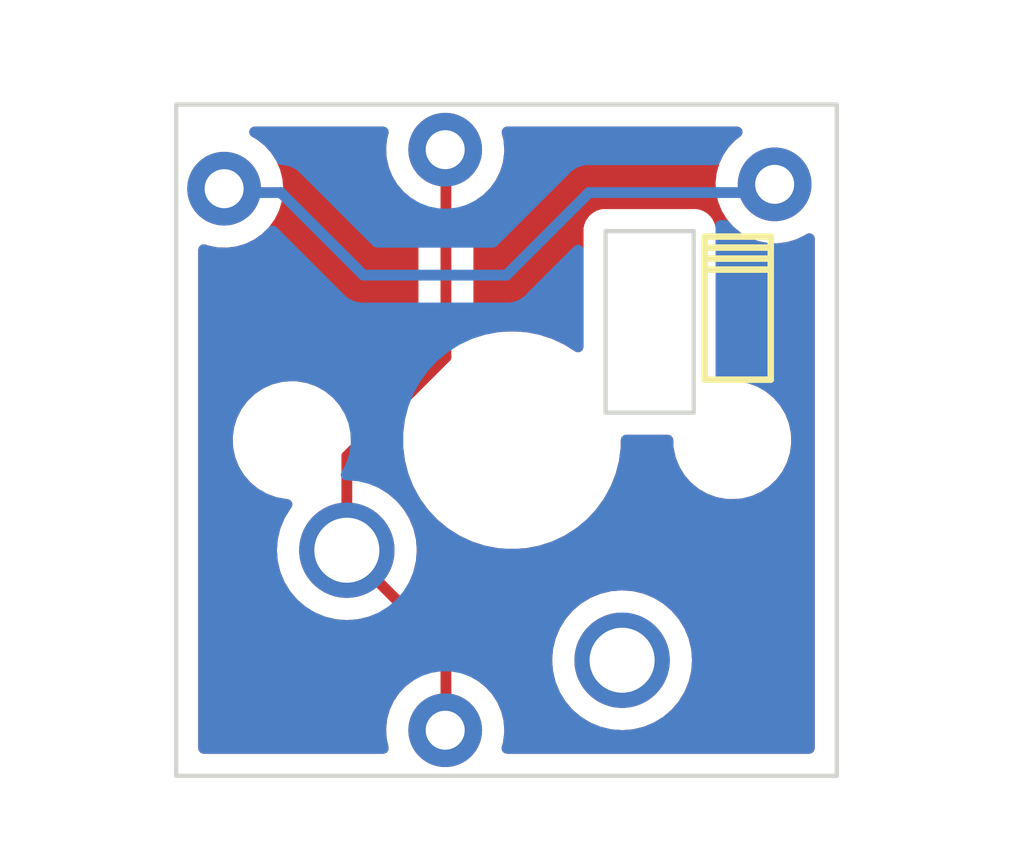
<source format=kicad_pcb>
(kicad_pcb (version 20211014) (generator pcbnew)
  (layers (0 "F.Cu" signal) (31 "B.Cu" signal) (34 "B.Paste" user) (35 "F.Paste" user) (36 "B.SilkS" user "B.Silkscreen") (37 "F.SilkS" user "F.Silkscreen") (38 "B.Mask" user) (39 "F.Mask" user) (44 "Edge.Cuts" user))
  (net 0 "")
  (net 1 "Net-(D1-Pad2)")
  (net 2 "Net-(D1-Pad1)")
  (footprint "Pikatea Macropad Encoder Side Mount:Diode Handwire helper" (layer "F.Cu") (at 149.098 94.234)
    (fp_text reference "D1" (at -1.778 1.778) (layer "F.SilkS"))
    (fp_text value "DIODE")
    (pad "1" thru_hole circle locked (at -8.8 -3.9 90) (size 1.7 1.7) (drill 0.9) (layers *.Cu *.Mask) (net 2 "Net-(D1-Pad1)"))
    (pad "1" thru_hole circle locked (at 3.9 -4 90) (size 1.7 1.7) (drill 0.9) (layers *.Cu *.Mask) (net 2 "Net-(D1-Pad1)"))
    (pad "2" thru_hole circle locked (at -3.7 -4.8 90) (size 1.7 1.7) (drill 0.9) (layers *.Cu *.Mask) (net 1 "Net-(D1-Pad2)"))
    (pad "2" thru_hole circle locked (at -3.7 8.6 90) (size 1.7 1.7) (drill 0.9) (layers *.Cu *.Mask) (net 1 "Net-(D1-Pad2)"))
  )
  (footprint "Button_Switch_Keyboard:SW_Cherry_MX_1.00u_PCB" (layer "B.Cu") (at 149.479 101.219)
    (fp_text reference "MX1" (at -2.54 -4.953) (layer "B.SilkS") (effects (justify mirror)))
    (fp_text value "MX-NoLED")
    (pad "" np_thru_hole circle locked (at 2.54 -5.08) (size 1.7 1.7) (drill 1.7) (layers *.Cu *.Mask))
    (pad "" np_thru_hole circle locked (at -2.54 -5.08) (size 4 4) (drill 4) (layers *.Cu *.Mask))
    (pad "" np_thru_hole circle locked (at -7.62 -5.08) (size 1.7 1.7) (drill 1.7) (layers *.Cu *.Mask))
    (pad "1" thru_hole circle locked (at 0 0) (size 2.2 2.2) (drill 1.5) (layers *.Cu *.Mask))
    (pad "2" thru_hole circle locked (at -6.35 -2.54) (size 2.2 2.2) (drill 1.5) (layers *.Cu *.Mask) (net 1 "Net-(D1-Pad2)"))
  )
  (gr_line (start 151.638 91.44) (end 151.384 91.44) (layer "F.SilkS") (width 0.15))
  (gr_line (start 151.384 91.948) (end 151.384 91.694) (layer "F.SilkS") (width 0.15))
  (gr_line (start 151.384 91.694) (end 152.908 91.694) (layer "F.SilkS") (width 0.15))
  (gr_line (start 152.908 92.202) (end 152.908 91.948) (layer "F.SilkS") (width 0.15))
  (gr_line (start 151.384 92.202) (end 152.908 92.202) (layer "F.SilkS") (width 0.15))
  (gr_line (start 151.384 94.742) (end 152.908 94.742) (layer "F.SilkS") (width 0.15))
  (gr_line (start 152.908 91.948) (end 151.384 91.948) (layer "F.SilkS") (width 0.15))
  (gr_line (start 152.908 94.742) (end 152.908 91.44) (layer "F.SilkS") (width 0.15))
  (gr_line (start 151.384 91.44) (end 151.384 94.742) (layer "F.SilkS") (width 0.15))
  (gr_line (start 152.908 91.44) (end 151.638 91.44) (layer "F.SilkS") (width 0.15))
  (gr_line (start 154.432 103.886) (end 154.432 88.392) (layer "Edge.Cuts") (width 0.1))
  (gr_line (start 149.098 91.313) (end 149.098 95.504) (layer "Edge.Cuts") (width 0.1))
  (gr_line (start 149.098 95.504) (end 151.13 95.504) (layer "Edge.Cuts") (width 0.1))
  (gr_line (start 151.13 95.504) (end 151.13 91.313) (layer "Edge.Cuts") (width 0.1))
  (gr_line (start 151.13 91.313) (end 149.098 91.313) (layer "Edge.Cuts") (width 0.1))
  (gr_line (start 139.192 103.886) (end 154.432 103.886) (layer "Edge.Cuts") (width 0.1))
  (gr_line (start 154.432 88.392) (end 139.192 88.392) (layer "Edge.Cuts") (width 0.1))
  (gr_line (start 139.192 88.392) (end 139.192 103.886) (layer "Edge.Cuts") (width 0.1))
  (segment (start 145.415 94.221998) (end 145.415 89.451) (width 0.25) (layer "F.Cu") (net 1))
  (segment (start 145.415 102.817) (end 145.398 102.834) (width 0.25) (layer "F.Cu") (net 1))
  (segment (start 143.129 96.507998) (end 145.415 94.221998) (width 0.25) (layer "F.Cu") (net 1))
  (segment (start 143.129 98.679) (end 143.129 96.507998) (width 0.25) (layer "F.Cu") (net 1))
  (segment (start 145.415 100.965) (end 145.415 102.817) (width 0.25) (layer "F.Cu") (net 1))
  (segment (start 145.415 89.451) (end 145.398 89.434) (width 0.25) (layer "F.Cu") (net 1))
  (segment (start 143.129 98.679) (end 145.415 100.965) (width 0.25) (layer "F.Cu") (net 1))
  (segment (start 148.717 90.424) (end 152.808 90.424) (width 0.25) (layer "B.Cu") (net 2))
  (segment (start 140.298 90.334) (end 140.388 90.424) (width 0.25) (layer "B.Cu") (net 2))
  (segment (start 141.605 90.424) (end 143.51 92.329) (width 0.25) (layer "B.Cu") (net 2))
  (segment (start 143.51 92.329) (end 146.812 92.329) (width 0.25) (layer "B.Cu") (net 2))
  (segment (start 146.812 92.329) (end 148.717 90.424) (width 0.25) (layer "B.Cu") (net 2))
  (segment (start 140.388 90.424) (end 141.605 90.424) (width 0.25) (layer "B.Cu") (net 2))
  (segment (start 152.808 90.424) (end 152.998 90.234) (width 0.25) (layer "B.Cu") (net 2))
  (zone (net 0) (net_name "") (layer "F.Cu") (connect_pads (clearance 0.508)) (min_thickness 0.254) (fill yes (thermal_gap 0.508) (thermal_bridge_width 0.508))
    (polygon (pts (xy 158.496 105.791) (xy 135.509 105.283) (xy 135.636 87.122) (xy 157.734 86.233)))
  )
  (zone (net 0) (net_name "") (layer "B.Cu") (connect_pads (clearance 0.508)) (min_thickness 0.254) (fill yes (thermal_gap 0.508) (thermal_bridge_width 0.508))
    (polygon (pts (xy 158.75 105.918) (xy 135.128 105.664) (xy 135.255 86.487) (xy 157.988 85.979)))
  )
)
</source>
